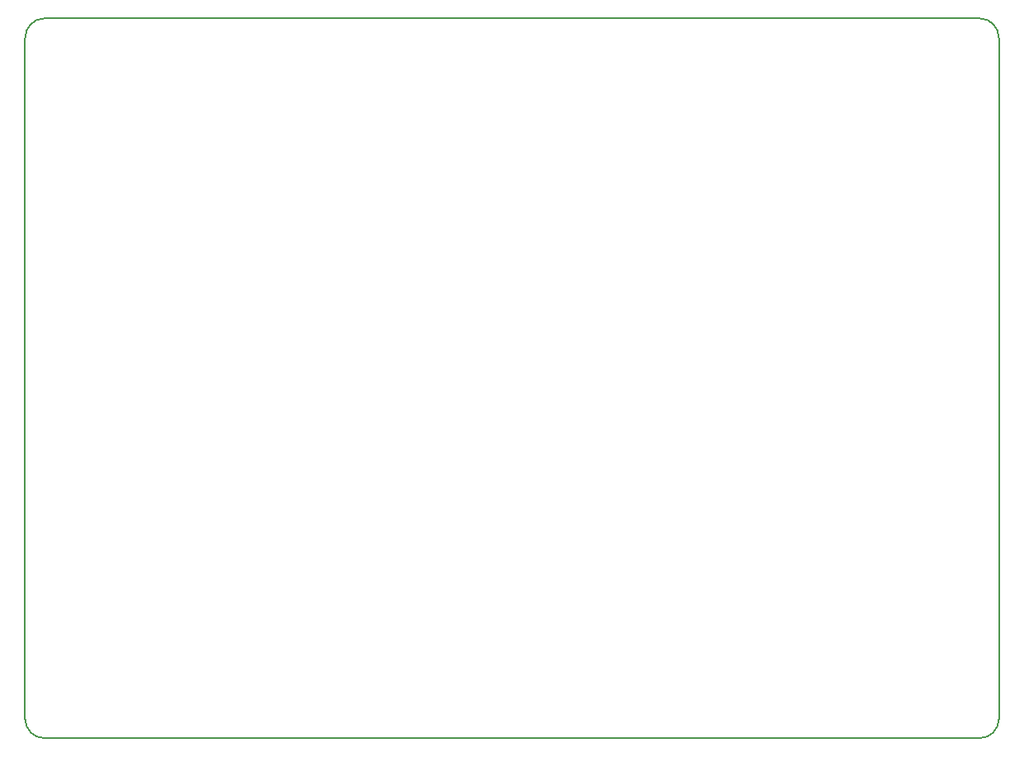
<source format=gm1>
G04 #@! TF.FileFunction,Profile,NP*
%FSLAX46Y46*%
G04 Gerber Fmt 4.6, Leading zero omitted, Abs format (unit mm)*
G04 Created by KiCad (PCBNEW 4.0.5) date 09/11/17 10:35:41*
%MOMM*%
%LPD*%
G01*
G04 APERTURE LIST*
%ADD10C,0.100000*%
%ADD11C,0.150000*%
G04 APERTURE END LIST*
D10*
D11*
X84000000Y-66000000D02*
X84000000Y-136000000D01*
X182000000Y-64000000D02*
X86000000Y-64000000D01*
X184000000Y-136000000D02*
X184000000Y-66000000D01*
X86000000Y-138000000D02*
X182000000Y-138000000D01*
X184000000Y-66000000D02*
G75*
G03X182000000Y-64000000I-2000000J0D01*
G01*
X182000000Y-138000000D02*
G75*
G03X184000000Y-136000000I0J2000000D01*
G01*
X84000000Y-136000000D02*
G75*
G03X86000000Y-138000000I2000000J0D01*
G01*
X86000000Y-64000000D02*
G75*
G03X84000000Y-66000000I0J-2000000D01*
G01*
M02*

</source>
